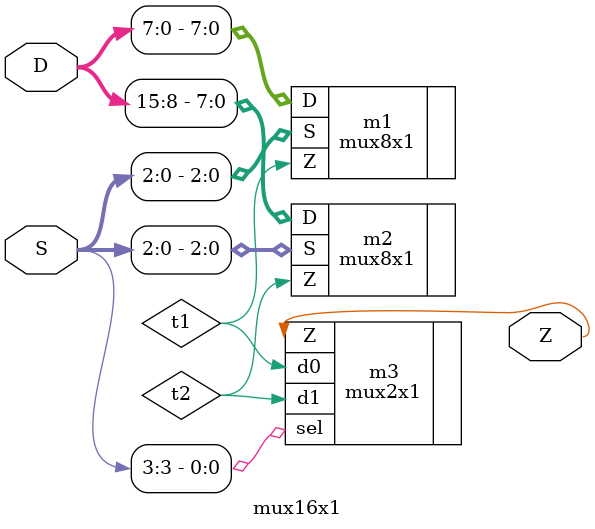
<source format=v>
module mux16x1(
    input wire [15:0] D,
    input wire [3:0] S,
    output wire Z
    );
    
    wire t1, t2;
    mux8x1 m1(.D(D[7:0]), .S(S[2:0]), .Z(t1));
    mux8x1 m2(.D(D[15:8]), .S(S[2:0]), .Z(t2));
    mux2x1 m3(.d0(t1), .d1(t2), .sel(S[3]), .Z(Z));

endmodule
</source>
